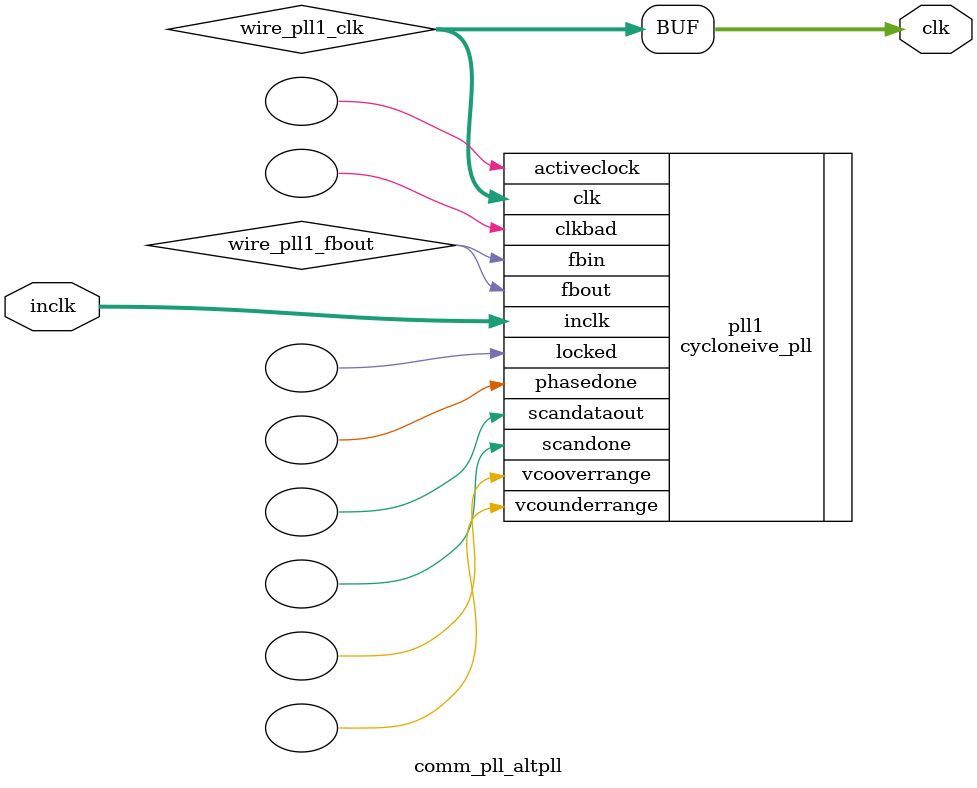
<source format=v>






//synthesis_resources = cycloneive_pll 1 
//synopsys translate_off
`timescale 1 ps / 1 ps
//synopsys translate_on
module  comm_pll_altpll
	( 
	clk,
	inclk) /* synthesis synthesis_clearbox=1 */;
	output   [4:0]  clk;
	input   [1:0]  inclk;
`ifndef ALTERA_RESERVED_QIS
// synopsys translate_off
`endif
	tri0   [1:0]  inclk;
`ifndef ALTERA_RESERVED_QIS
// synopsys translate_on
`endif

	wire  [4:0]   wire_pll1_clk;
	wire  wire_pll1_fbout;

	cycloneive_pll   pll1
	( 
	.activeclock(),
	.clk(wire_pll1_clk),
	.clkbad(),
	.fbin(wire_pll1_fbout),
	.fbout(wire_pll1_fbout),
	.inclk(inclk),
	.locked(),
	.phasedone(),
	.scandataout(),
	.scandone(),
	.vcooverrange(),
	.vcounderrange()
	`ifndef FORMAL_VERIFICATION
	// synopsys translate_off
	`endif
	,
	.areset(1'b0),
	.clkswitch(1'b0),
	.configupdate(1'b0),
	.pfdena(1'b1),
	.phasecounterselect({3{1'b0}}),
	.phasestep(1'b0),
	.phaseupdown(1'b0),
	.scanclk(1'b0),
	.scanclkena(1'b1),
	.scandata(1'b0)
	`ifndef FORMAL_VERIFICATION
	// synopsys translate_on
	`endif
	);
	defparam
		pll1.bandwidth_type = "auto",
		pll1.clk0_divide_by = 10,
		pll1.clk0_duty_cycle = 50,
		pll1.clk0_multiply_by = 1,
		pll1.clk0_phase_shift = "0",
		pll1.compensate_clock = "clk0",
		pll1.inclk0_input_frequency = 20000,
		pll1.operation_mode = "normal",
		pll1.pll_type = "auto",
		pll1.lpm_type = "cycloneive_pll";
	assign
		clk = {wire_pll1_clk[4:0]};
endmodule //comm_pll_altpll
//VALID FILE

</source>
